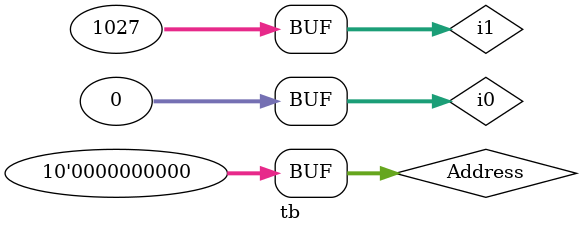
<source format=v>
`timescale 1 ns / 1 ps
module tb;
    reg [9:0] Address = 10'b0;
    wire [15:0] Q;

    integer i0 = 0, i1 = 0;

    GSR GSR_INST (.GSR(1'b1));
    PUR PUR_INST (.PUR(1'b1));

    rom u1 (.Address(Address), .Q(Q)
    );

    initial
    begin
       Address <= 0;
      #100;
      #10;
      for (i1 = 0; i1 < 1027; i1 = i1 + 1) begin
        #10;
         Address <= Address + 1'b1;
      end
    end
endmodule
</source>
